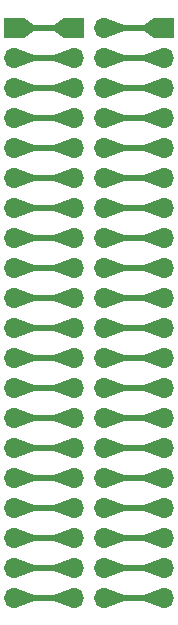
<source format=gbl>
G04 #@! TF.GenerationSoftware,KiCad,Pcbnew,7.0.7*
G04 #@! TF.CreationDate,2023-08-24T22:47:43-04:00*
G04 #@! TF.ProjectId,40-pin header to breadboard adaptor,34302d70-696e-4206-9865-616465722074,rev?*
G04 #@! TF.SameCoordinates,Original*
G04 #@! TF.FileFunction,Copper,L2,Bot*
G04 #@! TF.FilePolarity,Positive*
%FSLAX46Y46*%
G04 Gerber Fmt 4.6, Leading zero omitted, Abs format (unit mm)*
G04 Created by KiCad (PCBNEW 7.0.7) date 2023-08-24 22:47:43*
%MOMM*%
%LPD*%
G01*
G04 APERTURE LIST*
G04 #@! TA.AperFunction,ComponentPad*
%ADD10R,1.700000X1.700000*%
G04 #@! TD*
G04 #@! TA.AperFunction,ComponentPad*
%ADD11O,1.700000X1.700000*%
G04 #@! TD*
G04 #@! TA.AperFunction,Conductor*
%ADD12C,0.500000*%
G04 #@! TD*
G04 APERTURE END LIST*
D10*
X108585000Y-70104000D03*
D11*
X108585000Y-72644000D03*
X108585000Y-75184000D03*
X108585000Y-77724000D03*
X108585000Y-80264000D03*
X108585000Y-82804000D03*
X108585000Y-85344000D03*
X108585000Y-87884000D03*
X108585000Y-90424000D03*
X108585000Y-92964000D03*
X108585000Y-95504000D03*
X108585000Y-98044000D03*
X108585000Y-100584000D03*
X108585000Y-103124000D03*
X108585000Y-105664000D03*
X108585000Y-108204000D03*
X108585000Y-110744000D03*
X108585000Y-113284000D03*
X108585000Y-115824000D03*
X108585000Y-118364000D03*
D10*
X121285000Y-70104000D03*
D11*
X121285000Y-72644000D03*
X121285000Y-75184000D03*
X121285000Y-77724000D03*
X121285000Y-80264000D03*
X121285000Y-82804000D03*
X121285000Y-85344000D03*
X121285000Y-87884000D03*
X121285000Y-90424000D03*
X121285000Y-92964000D03*
X121285000Y-95504000D03*
X121285000Y-98044000D03*
X121285000Y-100584000D03*
X121285000Y-103124000D03*
X121285000Y-105664000D03*
X121285000Y-108204000D03*
X121285000Y-110744000D03*
X121285000Y-113284000D03*
X121285000Y-115824000D03*
X121285000Y-118364000D03*
D10*
X113665000Y-70104000D03*
D11*
X116205000Y-70104000D03*
X113665000Y-72644000D03*
X116205000Y-72644000D03*
X113665000Y-75184000D03*
X116205000Y-75184000D03*
X113665000Y-77724000D03*
X116205000Y-77724000D03*
X113665000Y-80264000D03*
X116205000Y-80264000D03*
X113665000Y-82804000D03*
X116205000Y-82804000D03*
X113665000Y-85344000D03*
X116205000Y-85344000D03*
X113665000Y-87884000D03*
X116205000Y-87884000D03*
X113665000Y-90424000D03*
X116205000Y-90424000D03*
X113665000Y-92964000D03*
X116205000Y-92964000D03*
X113665000Y-95504000D03*
X116205000Y-95504000D03*
X113665000Y-98044000D03*
X116205000Y-98044000D03*
X113665000Y-100584000D03*
X116205000Y-100584000D03*
X113665000Y-103124000D03*
X116205000Y-103124000D03*
X113665000Y-105664000D03*
X116205000Y-105664000D03*
X113665000Y-108204000D03*
X116205000Y-108204000D03*
X113665000Y-110744000D03*
X116205000Y-110744000D03*
X113665000Y-113284000D03*
X116205000Y-113284000D03*
X113665000Y-115824000D03*
X116205000Y-115824000D03*
X113665000Y-118364000D03*
X116205000Y-118364000D03*
D12*
X108585000Y-70104000D02*
X113665000Y-70104000D01*
X113665000Y-72644000D02*
X108585000Y-72644000D01*
X108585000Y-75184000D02*
X113665000Y-75184000D01*
X113665000Y-77724000D02*
X108585000Y-77724000D01*
X108585000Y-80264000D02*
X113665000Y-80264000D01*
X113665000Y-82804000D02*
X108585000Y-82804000D01*
X108585000Y-85344000D02*
X113665000Y-85344000D01*
X113665000Y-87884000D02*
X108585000Y-87884000D01*
X108585000Y-90424000D02*
X113665000Y-90424000D01*
X113665000Y-92964000D02*
X108585000Y-92964000D01*
X108585000Y-95504000D02*
X113665000Y-95504000D01*
X113665000Y-98044000D02*
X108585000Y-98044000D01*
X108585000Y-100584000D02*
X113665000Y-100584000D01*
X113665000Y-103124000D02*
X108585000Y-103124000D01*
X108585000Y-105664000D02*
X113665000Y-105664000D01*
X113665000Y-108204000D02*
X108585000Y-108204000D01*
X108585000Y-110744000D02*
X113665000Y-110744000D01*
X113665000Y-113284000D02*
X108585000Y-113284000D01*
X108585000Y-115824000D02*
X113665000Y-115824000D01*
X113665000Y-118364000D02*
X108585000Y-118364000D01*
X116205000Y-118364000D02*
X121285000Y-118364000D01*
X116205000Y-115824000D02*
X121285000Y-115824000D01*
X116205000Y-113284000D02*
X121285000Y-113284000D01*
X116205000Y-110744000D02*
X121285000Y-110744000D01*
X121285000Y-108204000D02*
X116205000Y-108204000D01*
X116205000Y-105664000D02*
X121285000Y-105664000D01*
X121285000Y-103124000D02*
X116205000Y-103124000D01*
X116205000Y-100584000D02*
X121285000Y-100584000D01*
X116205000Y-98044000D02*
X121285000Y-98044000D01*
X116205000Y-95504000D02*
X121285000Y-95504000D01*
X116205000Y-92964000D02*
X121285000Y-92964000D01*
X116205000Y-90424000D02*
X121285000Y-90424000D01*
X116205000Y-87884000D02*
X121285000Y-87884000D01*
X116205000Y-85344000D02*
X121285000Y-85344000D01*
X116205000Y-82804000D02*
X121285000Y-82804000D01*
X116205000Y-80264000D02*
X121285000Y-80264000D01*
X116205000Y-77724000D02*
X121285000Y-77724000D01*
X116205000Y-75184000D02*
X121285000Y-75184000D01*
X116205000Y-72644000D02*
X121285000Y-72644000D01*
X116205000Y-70104000D02*
X121285000Y-70104000D01*
G04 #@! TA.AperFunction,Conductor*
G36*
X109443044Y-69259678D02*
G01*
X110280047Y-69850504D01*
X110284830Y-69858074D01*
X110285000Y-69860062D01*
X110285000Y-70347937D01*
X110281573Y-70356210D01*
X110280047Y-70357496D01*
X109443046Y-70948320D01*
X109434311Y-70950291D01*
X109428031Y-70947039D01*
X108837794Y-70357496D01*
X108592286Y-70112276D01*
X108588855Y-70104007D01*
X108592276Y-70095733D01*
X109428032Y-69260959D01*
X109436306Y-69257538D01*
X109443044Y-69259678D01*
G37*
G04 #@! TD.AperFunction*
G04 #@! TA.AperFunction,Conductor*
G36*
X112821968Y-69260960D02*
G01*
X113657712Y-70095722D01*
X113661144Y-70103993D01*
X113657722Y-70112268D01*
X113657712Y-70112278D01*
X112821968Y-70947039D01*
X112813693Y-70950461D01*
X112806953Y-70948320D01*
X112805138Y-70947039D01*
X111969953Y-70357496D01*
X111965170Y-70349925D01*
X111965000Y-70347937D01*
X111965000Y-69860062D01*
X111968427Y-69851789D01*
X111969947Y-69850507D01*
X112806955Y-69259678D01*
X112815688Y-69257708D01*
X112821968Y-69260960D01*
G37*
G04 #@! TD.AperFunction*
G04 #@! TA.AperFunction,Conductor*
G36*
X110277545Y-72391097D02*
G01*
X110284011Y-72397293D01*
X110285000Y-72402000D01*
X110285000Y-72885999D01*
X110281573Y-72894272D01*
X110277545Y-72896902D01*
X108920941Y-73425146D01*
X108911989Y-73424954D01*
X108905891Y-73418732D01*
X108585865Y-72648488D01*
X108585856Y-72639533D01*
X108585856Y-72639532D01*
X108905891Y-71869266D01*
X108912230Y-71862942D01*
X108920941Y-71862853D01*
X110277545Y-72391097D01*
G37*
G04 #@! TD.AperFunction*
G04 #@! TA.AperFunction,Conductor*
G36*
X113338010Y-71863045D02*
G01*
X113344108Y-71869267D01*
X113664134Y-72639511D01*
X113664143Y-72648466D01*
X113664134Y-72648489D01*
X113344108Y-73418732D01*
X113337769Y-73425057D01*
X113329058Y-73425146D01*
X111972455Y-72896902D01*
X111965989Y-72890706D01*
X111965000Y-72885999D01*
X111965000Y-72402000D01*
X111968427Y-72393727D01*
X111972455Y-72391097D01*
X113329058Y-71862853D01*
X113338010Y-71863045D01*
G37*
G04 #@! TD.AperFunction*
G04 #@! TA.AperFunction,Conductor*
G36*
X110277545Y-74931097D02*
G01*
X110284011Y-74937293D01*
X110285000Y-74942000D01*
X110285000Y-75425999D01*
X110281573Y-75434272D01*
X110277545Y-75436902D01*
X108920941Y-75965146D01*
X108911989Y-75964954D01*
X108905891Y-75958732D01*
X108585865Y-75188489D01*
X108585856Y-75179534D01*
X108585865Y-75179511D01*
X108684548Y-74942000D01*
X108905891Y-74409266D01*
X108912230Y-74402942D01*
X108920941Y-74402853D01*
X110277545Y-74931097D01*
G37*
G04 #@! TD.AperFunction*
G04 #@! TA.AperFunction,Conductor*
G36*
X113338010Y-74403045D02*
G01*
X113344108Y-74409267D01*
X113664134Y-75179510D01*
X113664143Y-75188465D01*
X113664134Y-75188488D01*
X113344108Y-75958732D01*
X113337769Y-75965057D01*
X113329058Y-75965146D01*
X111972455Y-75436902D01*
X111965989Y-75430706D01*
X111965000Y-75425999D01*
X111965000Y-74942000D01*
X111968427Y-74933727D01*
X111972455Y-74931097D01*
X113329058Y-74402853D01*
X113338010Y-74403045D01*
G37*
G04 #@! TD.AperFunction*
G04 #@! TA.AperFunction,Conductor*
G36*
X110277545Y-77471097D02*
G01*
X110284011Y-77477293D01*
X110285000Y-77482000D01*
X110285000Y-77965999D01*
X110281573Y-77974272D01*
X110277545Y-77976902D01*
X108920941Y-78505146D01*
X108911989Y-78504954D01*
X108905891Y-78498732D01*
X108585865Y-77728488D01*
X108585856Y-77719533D01*
X108585856Y-77719532D01*
X108905891Y-76949266D01*
X108912230Y-76942942D01*
X108920941Y-76942853D01*
X110277545Y-77471097D01*
G37*
G04 #@! TD.AperFunction*
G04 #@! TA.AperFunction,Conductor*
G36*
X113338010Y-76943045D02*
G01*
X113344108Y-76949267D01*
X113664134Y-77719511D01*
X113664143Y-77728466D01*
X113664134Y-77728489D01*
X113344108Y-78498732D01*
X113337769Y-78505057D01*
X113329058Y-78505146D01*
X111972455Y-77976902D01*
X111965989Y-77970706D01*
X111965000Y-77965999D01*
X111965000Y-77482000D01*
X111968427Y-77473727D01*
X111972455Y-77471097D01*
X113329058Y-76942853D01*
X113338010Y-76943045D01*
G37*
G04 #@! TD.AperFunction*
G04 #@! TA.AperFunction,Conductor*
G36*
X110277545Y-80011097D02*
G01*
X110284011Y-80017293D01*
X110285000Y-80022000D01*
X110285000Y-80505999D01*
X110281573Y-80514272D01*
X110277545Y-80516902D01*
X108920941Y-81045146D01*
X108911989Y-81044954D01*
X108905891Y-81038732D01*
X108585865Y-80268489D01*
X108585856Y-80259534D01*
X108585865Y-80259511D01*
X108684548Y-80022000D01*
X108905891Y-79489266D01*
X108912230Y-79482942D01*
X108920941Y-79482853D01*
X110277545Y-80011097D01*
G37*
G04 #@! TD.AperFunction*
G04 #@! TA.AperFunction,Conductor*
G36*
X113338010Y-79483045D02*
G01*
X113344108Y-79489267D01*
X113664134Y-80259510D01*
X113664143Y-80268465D01*
X113664134Y-80268488D01*
X113344108Y-81038732D01*
X113337769Y-81045057D01*
X113329058Y-81045146D01*
X111972455Y-80516902D01*
X111965989Y-80510706D01*
X111965000Y-80505999D01*
X111965000Y-80022000D01*
X111968427Y-80013727D01*
X111972455Y-80011097D01*
X113329058Y-79482853D01*
X113338010Y-79483045D01*
G37*
G04 #@! TD.AperFunction*
G04 #@! TA.AperFunction,Conductor*
G36*
X110277545Y-82551097D02*
G01*
X110284011Y-82557293D01*
X110285000Y-82562000D01*
X110285000Y-83045999D01*
X110281573Y-83054272D01*
X110277545Y-83056902D01*
X108920941Y-83585146D01*
X108911989Y-83584954D01*
X108905891Y-83578732D01*
X108585865Y-82808488D01*
X108585856Y-82799533D01*
X108585856Y-82799532D01*
X108905891Y-82029266D01*
X108912230Y-82022942D01*
X108920941Y-82022853D01*
X110277545Y-82551097D01*
G37*
G04 #@! TD.AperFunction*
G04 #@! TA.AperFunction,Conductor*
G36*
X113338010Y-82023045D02*
G01*
X113344108Y-82029267D01*
X113664134Y-82799511D01*
X113664143Y-82808466D01*
X113664134Y-82808489D01*
X113344108Y-83578732D01*
X113337769Y-83585057D01*
X113329058Y-83585146D01*
X111972455Y-83056902D01*
X111965989Y-83050706D01*
X111965000Y-83045999D01*
X111965000Y-82562000D01*
X111968427Y-82553727D01*
X111972455Y-82551097D01*
X113329058Y-82022853D01*
X113338010Y-82023045D01*
G37*
G04 #@! TD.AperFunction*
G04 #@! TA.AperFunction,Conductor*
G36*
X110277545Y-85091097D02*
G01*
X110284011Y-85097293D01*
X110285000Y-85102000D01*
X110285000Y-85585999D01*
X110281573Y-85594272D01*
X110277545Y-85596902D01*
X108920941Y-86125146D01*
X108911989Y-86124954D01*
X108905891Y-86118732D01*
X108585865Y-85348489D01*
X108585856Y-85339534D01*
X108585865Y-85339511D01*
X108684548Y-85102000D01*
X108905891Y-84569266D01*
X108912230Y-84562942D01*
X108920941Y-84562853D01*
X110277545Y-85091097D01*
G37*
G04 #@! TD.AperFunction*
G04 #@! TA.AperFunction,Conductor*
G36*
X113338010Y-84563045D02*
G01*
X113344108Y-84569267D01*
X113664134Y-85339510D01*
X113664143Y-85348465D01*
X113664134Y-85348488D01*
X113344108Y-86118732D01*
X113337769Y-86125057D01*
X113329058Y-86125146D01*
X111972455Y-85596902D01*
X111965989Y-85590706D01*
X111965000Y-85585999D01*
X111965000Y-85102000D01*
X111968427Y-85093727D01*
X111972455Y-85091097D01*
X113329058Y-84562853D01*
X113338010Y-84563045D01*
G37*
G04 #@! TD.AperFunction*
G04 #@! TA.AperFunction,Conductor*
G36*
X110277545Y-87631097D02*
G01*
X110284011Y-87637293D01*
X110285000Y-87642000D01*
X110285000Y-88125999D01*
X110281573Y-88134272D01*
X110277545Y-88136902D01*
X108920941Y-88665146D01*
X108911989Y-88664954D01*
X108905891Y-88658732D01*
X108585865Y-87888488D01*
X108585856Y-87879533D01*
X108585856Y-87879532D01*
X108905891Y-87109266D01*
X108912230Y-87102942D01*
X108920941Y-87102853D01*
X110277545Y-87631097D01*
G37*
G04 #@! TD.AperFunction*
G04 #@! TA.AperFunction,Conductor*
G36*
X113338010Y-87103045D02*
G01*
X113344108Y-87109267D01*
X113664134Y-87879511D01*
X113664143Y-87888466D01*
X113664134Y-87888489D01*
X113344108Y-88658732D01*
X113337769Y-88665057D01*
X113329058Y-88665146D01*
X111972455Y-88136902D01*
X111965989Y-88130706D01*
X111965000Y-88125999D01*
X111965000Y-87642000D01*
X111968427Y-87633727D01*
X111972455Y-87631097D01*
X113329058Y-87102853D01*
X113338010Y-87103045D01*
G37*
G04 #@! TD.AperFunction*
G04 #@! TA.AperFunction,Conductor*
G36*
X110277545Y-90171097D02*
G01*
X110284011Y-90177293D01*
X110285000Y-90182000D01*
X110285000Y-90665999D01*
X110281573Y-90674272D01*
X110277545Y-90676902D01*
X108920941Y-91205146D01*
X108911989Y-91204954D01*
X108905891Y-91198732D01*
X108585865Y-90428489D01*
X108585856Y-90419534D01*
X108585865Y-90419511D01*
X108684548Y-90182000D01*
X108905891Y-89649266D01*
X108912230Y-89642942D01*
X108920941Y-89642853D01*
X110277545Y-90171097D01*
G37*
G04 #@! TD.AperFunction*
G04 #@! TA.AperFunction,Conductor*
G36*
X113338010Y-89643045D02*
G01*
X113344108Y-89649267D01*
X113664134Y-90419510D01*
X113664143Y-90428465D01*
X113664134Y-90428488D01*
X113344108Y-91198732D01*
X113337769Y-91205057D01*
X113329058Y-91205146D01*
X111972455Y-90676902D01*
X111965989Y-90670706D01*
X111965000Y-90665999D01*
X111965000Y-90182000D01*
X111968427Y-90173727D01*
X111972455Y-90171097D01*
X113329058Y-89642853D01*
X113338010Y-89643045D01*
G37*
G04 #@! TD.AperFunction*
G04 #@! TA.AperFunction,Conductor*
G36*
X110277545Y-92711097D02*
G01*
X110284011Y-92717293D01*
X110285000Y-92722000D01*
X110285000Y-93205999D01*
X110281573Y-93214272D01*
X110277545Y-93216902D01*
X108920941Y-93745146D01*
X108911989Y-93744954D01*
X108905891Y-93738732D01*
X108585865Y-92968488D01*
X108585856Y-92959533D01*
X108585856Y-92959532D01*
X108905891Y-92189266D01*
X108912230Y-92182942D01*
X108920941Y-92182853D01*
X110277545Y-92711097D01*
G37*
G04 #@! TD.AperFunction*
G04 #@! TA.AperFunction,Conductor*
G36*
X113338010Y-92183045D02*
G01*
X113344108Y-92189267D01*
X113664134Y-92959511D01*
X113664143Y-92968466D01*
X113664134Y-92968489D01*
X113344108Y-93738732D01*
X113337769Y-93745057D01*
X113329058Y-93745146D01*
X111972455Y-93216902D01*
X111965989Y-93210706D01*
X111965000Y-93205999D01*
X111965000Y-92722000D01*
X111968427Y-92713727D01*
X111972455Y-92711097D01*
X113329058Y-92182853D01*
X113338010Y-92183045D01*
G37*
G04 #@! TD.AperFunction*
G04 #@! TA.AperFunction,Conductor*
G36*
X110277545Y-95251097D02*
G01*
X110284011Y-95257293D01*
X110285000Y-95262000D01*
X110285000Y-95745999D01*
X110281573Y-95754272D01*
X110277545Y-95756902D01*
X108920941Y-96285146D01*
X108911989Y-96284954D01*
X108905891Y-96278732D01*
X108585865Y-95508489D01*
X108585856Y-95499534D01*
X108585865Y-95499511D01*
X108684548Y-95262000D01*
X108905891Y-94729266D01*
X108912230Y-94722942D01*
X108920941Y-94722853D01*
X110277545Y-95251097D01*
G37*
G04 #@! TD.AperFunction*
G04 #@! TA.AperFunction,Conductor*
G36*
X113338010Y-94723045D02*
G01*
X113344108Y-94729267D01*
X113664134Y-95499510D01*
X113664143Y-95508465D01*
X113664134Y-95508488D01*
X113344108Y-96278732D01*
X113337769Y-96285057D01*
X113329058Y-96285146D01*
X111972455Y-95756902D01*
X111965989Y-95750706D01*
X111965000Y-95745999D01*
X111965000Y-95262000D01*
X111968427Y-95253727D01*
X111972455Y-95251097D01*
X113329058Y-94722853D01*
X113338010Y-94723045D01*
G37*
G04 #@! TD.AperFunction*
G04 #@! TA.AperFunction,Conductor*
G36*
X110277545Y-97791097D02*
G01*
X110284011Y-97797293D01*
X110285000Y-97802000D01*
X110285000Y-98285999D01*
X110281573Y-98294272D01*
X110277545Y-98296902D01*
X108920941Y-98825146D01*
X108911989Y-98824954D01*
X108905891Y-98818732D01*
X108585865Y-98048488D01*
X108585856Y-98039533D01*
X108585856Y-98039532D01*
X108905891Y-97269266D01*
X108912230Y-97262942D01*
X108920941Y-97262853D01*
X110277545Y-97791097D01*
G37*
G04 #@! TD.AperFunction*
G04 #@! TA.AperFunction,Conductor*
G36*
X113338010Y-97263045D02*
G01*
X113344108Y-97269267D01*
X113664134Y-98039511D01*
X113664143Y-98048466D01*
X113664134Y-98048489D01*
X113344108Y-98818732D01*
X113337769Y-98825057D01*
X113329058Y-98825146D01*
X111972455Y-98296902D01*
X111965989Y-98290706D01*
X111965000Y-98285999D01*
X111965000Y-97802000D01*
X111968427Y-97793727D01*
X111972455Y-97791097D01*
X113329058Y-97262853D01*
X113338010Y-97263045D01*
G37*
G04 #@! TD.AperFunction*
G04 #@! TA.AperFunction,Conductor*
G36*
X110277545Y-100331097D02*
G01*
X110284011Y-100337293D01*
X110285000Y-100342000D01*
X110285000Y-100825999D01*
X110281573Y-100834272D01*
X110277545Y-100836902D01*
X108920941Y-101365146D01*
X108911989Y-101364954D01*
X108905891Y-101358732D01*
X108585865Y-100588489D01*
X108585856Y-100579534D01*
X108585865Y-100579511D01*
X108684548Y-100342000D01*
X108905891Y-99809266D01*
X108912230Y-99802942D01*
X108920941Y-99802853D01*
X110277545Y-100331097D01*
G37*
G04 #@! TD.AperFunction*
G04 #@! TA.AperFunction,Conductor*
G36*
X113338010Y-99803045D02*
G01*
X113344108Y-99809267D01*
X113664134Y-100579510D01*
X113664143Y-100588465D01*
X113664134Y-100588488D01*
X113344108Y-101358732D01*
X113337769Y-101365057D01*
X113329058Y-101365146D01*
X111972455Y-100836902D01*
X111965989Y-100830706D01*
X111965000Y-100825999D01*
X111965000Y-100342000D01*
X111968427Y-100333727D01*
X111972455Y-100331097D01*
X113329058Y-99802853D01*
X113338010Y-99803045D01*
G37*
G04 #@! TD.AperFunction*
G04 #@! TA.AperFunction,Conductor*
G36*
X110277545Y-102871097D02*
G01*
X110284011Y-102877293D01*
X110285000Y-102882000D01*
X110285000Y-103365999D01*
X110281573Y-103374272D01*
X110277545Y-103376902D01*
X108920941Y-103905146D01*
X108911989Y-103904954D01*
X108905891Y-103898732D01*
X108585865Y-103128488D01*
X108585856Y-103119533D01*
X108585856Y-103119532D01*
X108905891Y-102349266D01*
X108912230Y-102342942D01*
X108920941Y-102342853D01*
X110277545Y-102871097D01*
G37*
G04 #@! TD.AperFunction*
G04 #@! TA.AperFunction,Conductor*
G36*
X113338010Y-102343045D02*
G01*
X113344108Y-102349267D01*
X113664134Y-103119511D01*
X113664143Y-103128466D01*
X113664134Y-103128489D01*
X113344108Y-103898732D01*
X113337769Y-103905057D01*
X113329058Y-103905146D01*
X111972455Y-103376902D01*
X111965989Y-103370706D01*
X111965000Y-103365999D01*
X111965000Y-102882000D01*
X111968427Y-102873727D01*
X111972455Y-102871097D01*
X113329058Y-102342853D01*
X113338010Y-102343045D01*
G37*
G04 #@! TD.AperFunction*
G04 #@! TA.AperFunction,Conductor*
G36*
X110277545Y-105411097D02*
G01*
X110284011Y-105417293D01*
X110285000Y-105422000D01*
X110285000Y-105905999D01*
X110281573Y-105914272D01*
X110277545Y-105916902D01*
X108920941Y-106445146D01*
X108911989Y-106444954D01*
X108905891Y-106438732D01*
X108585865Y-105668489D01*
X108585856Y-105659534D01*
X108585865Y-105659511D01*
X108684548Y-105422000D01*
X108905891Y-104889266D01*
X108912230Y-104882942D01*
X108920941Y-104882853D01*
X110277545Y-105411097D01*
G37*
G04 #@! TD.AperFunction*
G04 #@! TA.AperFunction,Conductor*
G36*
X113338010Y-104883045D02*
G01*
X113344108Y-104889267D01*
X113664134Y-105659510D01*
X113664143Y-105668465D01*
X113664134Y-105668488D01*
X113344108Y-106438732D01*
X113337769Y-106445057D01*
X113329058Y-106445146D01*
X111972455Y-105916902D01*
X111965989Y-105910706D01*
X111965000Y-105905999D01*
X111965000Y-105422000D01*
X111968427Y-105413727D01*
X111972455Y-105411097D01*
X113329058Y-104882853D01*
X113338010Y-104883045D01*
G37*
G04 #@! TD.AperFunction*
G04 #@! TA.AperFunction,Conductor*
G36*
X110277545Y-107951097D02*
G01*
X110284011Y-107957293D01*
X110285000Y-107962000D01*
X110285000Y-108445999D01*
X110281573Y-108454272D01*
X110277545Y-108456902D01*
X108920941Y-108985146D01*
X108911989Y-108984954D01*
X108905891Y-108978732D01*
X108585865Y-108208488D01*
X108585856Y-108199533D01*
X108585856Y-108199532D01*
X108905891Y-107429266D01*
X108912230Y-107422942D01*
X108920941Y-107422853D01*
X110277545Y-107951097D01*
G37*
G04 #@! TD.AperFunction*
G04 #@! TA.AperFunction,Conductor*
G36*
X113338010Y-107423045D02*
G01*
X113344108Y-107429267D01*
X113664134Y-108199511D01*
X113664143Y-108208466D01*
X113664134Y-108208489D01*
X113344108Y-108978732D01*
X113337769Y-108985057D01*
X113329058Y-108985146D01*
X111972455Y-108456902D01*
X111965989Y-108450706D01*
X111965000Y-108445999D01*
X111965000Y-107962000D01*
X111968427Y-107953727D01*
X111972455Y-107951097D01*
X113329058Y-107422853D01*
X113338010Y-107423045D01*
G37*
G04 #@! TD.AperFunction*
G04 #@! TA.AperFunction,Conductor*
G36*
X110277545Y-110491097D02*
G01*
X110284011Y-110497293D01*
X110285000Y-110502000D01*
X110285000Y-110985999D01*
X110281573Y-110994272D01*
X110277545Y-110996902D01*
X108920941Y-111525146D01*
X108911989Y-111524954D01*
X108905891Y-111518732D01*
X108585865Y-110748489D01*
X108585856Y-110739534D01*
X108585865Y-110739511D01*
X108684548Y-110502000D01*
X108905891Y-109969266D01*
X108912230Y-109962942D01*
X108920941Y-109962853D01*
X110277545Y-110491097D01*
G37*
G04 #@! TD.AperFunction*
G04 #@! TA.AperFunction,Conductor*
G36*
X113338010Y-109963045D02*
G01*
X113344108Y-109969267D01*
X113664134Y-110739510D01*
X113664143Y-110748465D01*
X113664134Y-110748488D01*
X113344108Y-111518732D01*
X113337769Y-111525057D01*
X113329058Y-111525146D01*
X111972455Y-110996902D01*
X111965989Y-110990706D01*
X111965000Y-110985999D01*
X111965000Y-110502000D01*
X111968427Y-110493727D01*
X111972455Y-110491097D01*
X113329058Y-109962853D01*
X113338010Y-109963045D01*
G37*
G04 #@! TD.AperFunction*
G04 #@! TA.AperFunction,Conductor*
G36*
X110277545Y-113031097D02*
G01*
X110284011Y-113037293D01*
X110285000Y-113042000D01*
X110285000Y-113525999D01*
X110281573Y-113534272D01*
X110277545Y-113536902D01*
X108920941Y-114065146D01*
X108911989Y-114064954D01*
X108905891Y-114058732D01*
X108585865Y-113288488D01*
X108585856Y-113279533D01*
X108585856Y-113279532D01*
X108905891Y-112509266D01*
X108912230Y-112502942D01*
X108920941Y-112502853D01*
X110277545Y-113031097D01*
G37*
G04 #@! TD.AperFunction*
G04 #@! TA.AperFunction,Conductor*
G36*
X113338010Y-112503045D02*
G01*
X113344108Y-112509267D01*
X113664134Y-113279511D01*
X113664143Y-113288466D01*
X113664134Y-113288489D01*
X113344108Y-114058732D01*
X113337769Y-114065057D01*
X113329058Y-114065146D01*
X111972455Y-113536902D01*
X111965989Y-113530706D01*
X111965000Y-113525999D01*
X111965000Y-113042000D01*
X111968427Y-113033727D01*
X111972455Y-113031097D01*
X113329058Y-112502853D01*
X113338010Y-112503045D01*
G37*
G04 #@! TD.AperFunction*
G04 #@! TA.AperFunction,Conductor*
G36*
X110277545Y-115571097D02*
G01*
X110284011Y-115577293D01*
X110285000Y-115582000D01*
X110285000Y-116065999D01*
X110281573Y-116074272D01*
X110277545Y-116076902D01*
X108920941Y-116605146D01*
X108911989Y-116604954D01*
X108905891Y-116598732D01*
X108585865Y-115828489D01*
X108585856Y-115819534D01*
X108585865Y-115819511D01*
X108684548Y-115582000D01*
X108905891Y-115049266D01*
X108912230Y-115042942D01*
X108920941Y-115042853D01*
X110277545Y-115571097D01*
G37*
G04 #@! TD.AperFunction*
G04 #@! TA.AperFunction,Conductor*
G36*
X113338010Y-115043045D02*
G01*
X113344108Y-115049267D01*
X113664134Y-115819510D01*
X113664143Y-115828465D01*
X113664134Y-115828488D01*
X113344108Y-116598732D01*
X113337769Y-116605057D01*
X113329058Y-116605146D01*
X111972455Y-116076902D01*
X111965989Y-116070706D01*
X111965000Y-116065999D01*
X111965000Y-115582000D01*
X111968427Y-115573727D01*
X111972455Y-115571097D01*
X113329058Y-115042853D01*
X113338010Y-115043045D01*
G37*
G04 #@! TD.AperFunction*
G04 #@! TA.AperFunction,Conductor*
G36*
X110277545Y-118111097D02*
G01*
X110284011Y-118117293D01*
X110285000Y-118122000D01*
X110285000Y-118605999D01*
X110281573Y-118614272D01*
X110277545Y-118616902D01*
X108920941Y-119145146D01*
X108911989Y-119144954D01*
X108905891Y-119138732D01*
X108585865Y-118368488D01*
X108585856Y-118359533D01*
X108585856Y-118359532D01*
X108905891Y-117589266D01*
X108912230Y-117582942D01*
X108920941Y-117582853D01*
X110277545Y-118111097D01*
G37*
G04 #@! TD.AperFunction*
G04 #@! TA.AperFunction,Conductor*
G36*
X113338010Y-117583045D02*
G01*
X113344108Y-117589267D01*
X113664134Y-118359511D01*
X113664143Y-118368466D01*
X113664134Y-118368489D01*
X113344108Y-119138732D01*
X113337769Y-119145057D01*
X113329058Y-119145146D01*
X111972455Y-118616902D01*
X111965989Y-118610706D01*
X111965000Y-118605999D01*
X111965000Y-118122000D01*
X111968427Y-118113727D01*
X111972455Y-118111097D01*
X113329058Y-117582853D01*
X113338010Y-117583045D01*
G37*
G04 #@! TD.AperFunction*
G04 #@! TA.AperFunction,Conductor*
G36*
X120958010Y-117583045D02*
G01*
X120964108Y-117589267D01*
X121284134Y-118359510D01*
X121284143Y-118368465D01*
X121284134Y-118368488D01*
X120964108Y-119138732D01*
X120957769Y-119145057D01*
X120949058Y-119145146D01*
X119592455Y-118616902D01*
X119585989Y-118610706D01*
X119585000Y-118605999D01*
X119585000Y-118122000D01*
X119588427Y-118113727D01*
X119592455Y-118111097D01*
X120949058Y-117582853D01*
X120958010Y-117583045D01*
G37*
G04 #@! TD.AperFunction*
G04 #@! TA.AperFunction,Conductor*
G36*
X117897545Y-118111097D02*
G01*
X117904011Y-118117293D01*
X117905000Y-118122000D01*
X117905000Y-118605999D01*
X117901573Y-118614272D01*
X117897545Y-118616902D01*
X116540941Y-119145146D01*
X116531989Y-119144954D01*
X116525891Y-119138732D01*
X116205865Y-118368489D01*
X116205856Y-118359534D01*
X116205865Y-118359511D01*
X116304548Y-118122000D01*
X116525891Y-117589266D01*
X116532230Y-117582942D01*
X116540941Y-117582853D01*
X117897545Y-118111097D01*
G37*
G04 #@! TD.AperFunction*
G04 #@! TA.AperFunction,Conductor*
G36*
X120958010Y-115043045D02*
G01*
X120964108Y-115049267D01*
X121284134Y-115819511D01*
X121284143Y-115828466D01*
X121284134Y-115828489D01*
X120964108Y-116598732D01*
X120957769Y-116605057D01*
X120949058Y-116605146D01*
X119592455Y-116076902D01*
X119585989Y-116070706D01*
X119585000Y-116065999D01*
X119585000Y-115582000D01*
X119588427Y-115573727D01*
X119592455Y-115571097D01*
X120949058Y-115042853D01*
X120958010Y-115043045D01*
G37*
G04 #@! TD.AperFunction*
G04 #@! TA.AperFunction,Conductor*
G36*
X117897545Y-115571097D02*
G01*
X117904011Y-115577293D01*
X117905000Y-115582000D01*
X117905000Y-116065999D01*
X117901573Y-116074272D01*
X117897545Y-116076902D01*
X116540941Y-116605146D01*
X116531989Y-116604954D01*
X116525891Y-116598732D01*
X116205865Y-115828488D01*
X116205856Y-115819533D01*
X116205856Y-115819532D01*
X116525891Y-115049266D01*
X116532230Y-115042942D01*
X116540941Y-115042853D01*
X117897545Y-115571097D01*
G37*
G04 #@! TD.AperFunction*
G04 #@! TA.AperFunction,Conductor*
G36*
X120958010Y-112503045D02*
G01*
X120964108Y-112509267D01*
X121284134Y-113279510D01*
X121284143Y-113288465D01*
X121284134Y-113288488D01*
X120964108Y-114058732D01*
X120957769Y-114065057D01*
X120949058Y-114065146D01*
X119592455Y-113536902D01*
X119585989Y-113530706D01*
X119585000Y-113525999D01*
X119585000Y-113042000D01*
X119588427Y-113033727D01*
X119592455Y-113031097D01*
X120949058Y-112502853D01*
X120958010Y-112503045D01*
G37*
G04 #@! TD.AperFunction*
G04 #@! TA.AperFunction,Conductor*
G36*
X117897545Y-113031097D02*
G01*
X117904011Y-113037293D01*
X117905000Y-113042000D01*
X117905000Y-113525999D01*
X117901573Y-113534272D01*
X117897545Y-113536902D01*
X116540941Y-114065146D01*
X116531989Y-114064954D01*
X116525891Y-114058732D01*
X116205865Y-113288489D01*
X116205856Y-113279534D01*
X116205865Y-113279511D01*
X116304548Y-113042000D01*
X116525891Y-112509266D01*
X116532230Y-112502942D01*
X116540941Y-112502853D01*
X117897545Y-113031097D01*
G37*
G04 #@! TD.AperFunction*
G04 #@! TA.AperFunction,Conductor*
G36*
X120958010Y-109963045D02*
G01*
X120964108Y-109969267D01*
X121284134Y-110739511D01*
X121284143Y-110748466D01*
X121284134Y-110748489D01*
X120964108Y-111518732D01*
X120957769Y-111525057D01*
X120949058Y-111525146D01*
X119592455Y-110996902D01*
X119585989Y-110990706D01*
X119585000Y-110985999D01*
X119585000Y-110502000D01*
X119588427Y-110493727D01*
X119592455Y-110491097D01*
X120949058Y-109962853D01*
X120958010Y-109963045D01*
G37*
G04 #@! TD.AperFunction*
G04 #@! TA.AperFunction,Conductor*
G36*
X117897545Y-110491097D02*
G01*
X117904011Y-110497293D01*
X117905000Y-110502000D01*
X117905000Y-110985999D01*
X117901573Y-110994272D01*
X117897545Y-110996902D01*
X116540941Y-111525146D01*
X116531989Y-111524954D01*
X116525891Y-111518732D01*
X116205865Y-110748488D01*
X116205856Y-110739533D01*
X116205856Y-110739532D01*
X116525891Y-109969266D01*
X116532230Y-109962942D01*
X116540941Y-109962853D01*
X117897545Y-110491097D01*
G37*
G04 #@! TD.AperFunction*
G04 #@! TA.AperFunction,Conductor*
G36*
X120958010Y-107423045D02*
G01*
X120964108Y-107429267D01*
X121284134Y-108199510D01*
X121284143Y-108208465D01*
X121284134Y-108208488D01*
X120964108Y-108978732D01*
X120957769Y-108985057D01*
X120949058Y-108985146D01*
X119592455Y-108456902D01*
X119585989Y-108450706D01*
X119585000Y-108445999D01*
X119585000Y-107962000D01*
X119588427Y-107953727D01*
X119592455Y-107951097D01*
X120949058Y-107422853D01*
X120958010Y-107423045D01*
G37*
G04 #@! TD.AperFunction*
G04 #@! TA.AperFunction,Conductor*
G36*
X117897545Y-107951097D02*
G01*
X117904011Y-107957293D01*
X117905000Y-107962000D01*
X117905000Y-108445999D01*
X117901573Y-108454272D01*
X117897545Y-108456902D01*
X116540941Y-108985146D01*
X116531989Y-108984954D01*
X116525891Y-108978732D01*
X116205865Y-108208489D01*
X116205856Y-108199534D01*
X116205865Y-108199511D01*
X116304548Y-107962000D01*
X116525891Y-107429266D01*
X116532230Y-107422942D01*
X116540941Y-107422853D01*
X117897545Y-107951097D01*
G37*
G04 #@! TD.AperFunction*
G04 #@! TA.AperFunction,Conductor*
G36*
X120958010Y-104883045D02*
G01*
X120964108Y-104889267D01*
X121284134Y-105659511D01*
X121284143Y-105668466D01*
X121284134Y-105668489D01*
X120964108Y-106438732D01*
X120957769Y-106445057D01*
X120949058Y-106445146D01*
X119592455Y-105916902D01*
X119585989Y-105910706D01*
X119585000Y-105905999D01*
X119585000Y-105422000D01*
X119588427Y-105413727D01*
X119592455Y-105411097D01*
X120949058Y-104882853D01*
X120958010Y-104883045D01*
G37*
G04 #@! TD.AperFunction*
G04 #@! TA.AperFunction,Conductor*
G36*
X117897545Y-105411097D02*
G01*
X117904011Y-105417293D01*
X117905000Y-105422000D01*
X117905000Y-105905999D01*
X117901573Y-105914272D01*
X117897545Y-105916902D01*
X116540941Y-106445146D01*
X116531989Y-106444954D01*
X116525891Y-106438732D01*
X116205865Y-105668488D01*
X116205856Y-105659533D01*
X116205856Y-105659532D01*
X116525891Y-104889266D01*
X116532230Y-104882942D01*
X116540941Y-104882853D01*
X117897545Y-105411097D01*
G37*
G04 #@! TD.AperFunction*
G04 #@! TA.AperFunction,Conductor*
G36*
X120958010Y-102343045D02*
G01*
X120964108Y-102349267D01*
X121284134Y-103119510D01*
X121284143Y-103128465D01*
X121284134Y-103128488D01*
X120964108Y-103898732D01*
X120957769Y-103905057D01*
X120949058Y-103905146D01*
X119592455Y-103376902D01*
X119585989Y-103370706D01*
X119585000Y-103365999D01*
X119585000Y-102882000D01*
X119588427Y-102873727D01*
X119592455Y-102871097D01*
X120949058Y-102342853D01*
X120958010Y-102343045D01*
G37*
G04 #@! TD.AperFunction*
G04 #@! TA.AperFunction,Conductor*
G36*
X117897545Y-102871097D02*
G01*
X117904011Y-102877293D01*
X117905000Y-102882000D01*
X117905000Y-103365999D01*
X117901573Y-103374272D01*
X117897545Y-103376902D01*
X116540941Y-103905146D01*
X116531989Y-103904954D01*
X116525891Y-103898732D01*
X116205865Y-103128489D01*
X116205856Y-103119534D01*
X116205865Y-103119511D01*
X116304548Y-102882000D01*
X116525891Y-102349266D01*
X116532230Y-102342942D01*
X116540941Y-102342853D01*
X117897545Y-102871097D01*
G37*
G04 #@! TD.AperFunction*
G04 #@! TA.AperFunction,Conductor*
G36*
X120958010Y-99803045D02*
G01*
X120964108Y-99809267D01*
X121284134Y-100579511D01*
X121284143Y-100588466D01*
X121284134Y-100588489D01*
X120964108Y-101358732D01*
X120957769Y-101365057D01*
X120949058Y-101365146D01*
X119592455Y-100836902D01*
X119585989Y-100830706D01*
X119585000Y-100825999D01*
X119585000Y-100342000D01*
X119588427Y-100333727D01*
X119592455Y-100331097D01*
X120949058Y-99802853D01*
X120958010Y-99803045D01*
G37*
G04 #@! TD.AperFunction*
G04 #@! TA.AperFunction,Conductor*
G36*
X117897545Y-100331097D02*
G01*
X117904011Y-100337293D01*
X117905000Y-100342000D01*
X117905000Y-100825999D01*
X117901573Y-100834272D01*
X117897545Y-100836902D01*
X116540941Y-101365146D01*
X116531989Y-101364954D01*
X116525891Y-101358732D01*
X116205865Y-100588488D01*
X116205856Y-100579533D01*
X116205856Y-100579532D01*
X116525891Y-99809266D01*
X116532230Y-99802942D01*
X116540941Y-99802853D01*
X117897545Y-100331097D01*
G37*
G04 #@! TD.AperFunction*
G04 #@! TA.AperFunction,Conductor*
G36*
X120958010Y-97263045D02*
G01*
X120964108Y-97269267D01*
X121284134Y-98039510D01*
X121284143Y-98048465D01*
X121284134Y-98048488D01*
X120964108Y-98818732D01*
X120957769Y-98825057D01*
X120949058Y-98825146D01*
X119592455Y-98296902D01*
X119585989Y-98290706D01*
X119585000Y-98285999D01*
X119585000Y-97802000D01*
X119588427Y-97793727D01*
X119592455Y-97791097D01*
X120949058Y-97262853D01*
X120958010Y-97263045D01*
G37*
G04 #@! TD.AperFunction*
G04 #@! TA.AperFunction,Conductor*
G36*
X117897545Y-97791097D02*
G01*
X117904011Y-97797293D01*
X117905000Y-97802000D01*
X117905000Y-98285999D01*
X117901573Y-98294272D01*
X117897545Y-98296902D01*
X116540941Y-98825146D01*
X116531989Y-98824954D01*
X116525891Y-98818732D01*
X116205865Y-98048489D01*
X116205856Y-98039534D01*
X116205865Y-98039511D01*
X116304548Y-97802000D01*
X116525891Y-97269266D01*
X116532230Y-97262942D01*
X116540941Y-97262853D01*
X117897545Y-97791097D01*
G37*
G04 #@! TD.AperFunction*
G04 #@! TA.AperFunction,Conductor*
G36*
X120958010Y-94723045D02*
G01*
X120964108Y-94729267D01*
X121284134Y-95499511D01*
X121284143Y-95508466D01*
X121284134Y-95508489D01*
X120964108Y-96278732D01*
X120957769Y-96285057D01*
X120949058Y-96285146D01*
X119592455Y-95756902D01*
X119585989Y-95750706D01*
X119585000Y-95745999D01*
X119585000Y-95262000D01*
X119588427Y-95253727D01*
X119592455Y-95251097D01*
X120949058Y-94722853D01*
X120958010Y-94723045D01*
G37*
G04 #@! TD.AperFunction*
G04 #@! TA.AperFunction,Conductor*
G36*
X117897545Y-95251097D02*
G01*
X117904011Y-95257293D01*
X117905000Y-95262000D01*
X117905000Y-95745999D01*
X117901573Y-95754272D01*
X117897545Y-95756902D01*
X116540941Y-96285146D01*
X116531989Y-96284954D01*
X116525891Y-96278732D01*
X116205865Y-95508488D01*
X116205856Y-95499533D01*
X116205856Y-95499532D01*
X116525891Y-94729266D01*
X116532230Y-94722942D01*
X116540941Y-94722853D01*
X117897545Y-95251097D01*
G37*
G04 #@! TD.AperFunction*
G04 #@! TA.AperFunction,Conductor*
G36*
X120958010Y-92183045D02*
G01*
X120964108Y-92189267D01*
X121284134Y-92959510D01*
X121284143Y-92968465D01*
X121284134Y-92968488D01*
X120964108Y-93738732D01*
X120957769Y-93745057D01*
X120949058Y-93745146D01*
X119592455Y-93216902D01*
X119585989Y-93210706D01*
X119585000Y-93205999D01*
X119585000Y-92722000D01*
X119588427Y-92713727D01*
X119592455Y-92711097D01*
X120949058Y-92182853D01*
X120958010Y-92183045D01*
G37*
G04 #@! TD.AperFunction*
G04 #@! TA.AperFunction,Conductor*
G36*
X117897545Y-92711097D02*
G01*
X117904011Y-92717293D01*
X117905000Y-92722000D01*
X117905000Y-93205999D01*
X117901573Y-93214272D01*
X117897545Y-93216902D01*
X116540941Y-93745146D01*
X116531989Y-93744954D01*
X116525891Y-93738732D01*
X116205865Y-92968489D01*
X116205856Y-92959534D01*
X116205865Y-92959511D01*
X116304548Y-92722000D01*
X116525891Y-92189266D01*
X116532230Y-92182942D01*
X116540941Y-92182853D01*
X117897545Y-92711097D01*
G37*
G04 #@! TD.AperFunction*
G04 #@! TA.AperFunction,Conductor*
G36*
X120958010Y-89643045D02*
G01*
X120964108Y-89649267D01*
X121284134Y-90419511D01*
X121284143Y-90428466D01*
X121284134Y-90428489D01*
X120964108Y-91198732D01*
X120957769Y-91205057D01*
X120949058Y-91205146D01*
X119592455Y-90676902D01*
X119585989Y-90670706D01*
X119585000Y-90665999D01*
X119585000Y-90182000D01*
X119588427Y-90173727D01*
X119592455Y-90171097D01*
X120949058Y-89642853D01*
X120958010Y-89643045D01*
G37*
G04 #@! TD.AperFunction*
G04 #@! TA.AperFunction,Conductor*
G36*
X117897545Y-90171097D02*
G01*
X117904011Y-90177293D01*
X117905000Y-90182000D01*
X117905000Y-90665999D01*
X117901573Y-90674272D01*
X117897545Y-90676902D01*
X116540941Y-91205146D01*
X116531989Y-91204954D01*
X116525891Y-91198732D01*
X116205865Y-90428488D01*
X116205856Y-90419533D01*
X116205856Y-90419532D01*
X116525891Y-89649266D01*
X116532230Y-89642942D01*
X116540941Y-89642853D01*
X117897545Y-90171097D01*
G37*
G04 #@! TD.AperFunction*
G04 #@! TA.AperFunction,Conductor*
G36*
X120958010Y-87103045D02*
G01*
X120964108Y-87109267D01*
X121284134Y-87879510D01*
X121284143Y-87888465D01*
X121284134Y-87888488D01*
X120964108Y-88658732D01*
X120957769Y-88665057D01*
X120949058Y-88665146D01*
X119592455Y-88136902D01*
X119585989Y-88130706D01*
X119585000Y-88125999D01*
X119585000Y-87642000D01*
X119588427Y-87633727D01*
X119592455Y-87631097D01*
X120949058Y-87102853D01*
X120958010Y-87103045D01*
G37*
G04 #@! TD.AperFunction*
G04 #@! TA.AperFunction,Conductor*
G36*
X117897545Y-87631097D02*
G01*
X117904011Y-87637293D01*
X117905000Y-87642000D01*
X117905000Y-88125999D01*
X117901573Y-88134272D01*
X117897545Y-88136902D01*
X116540941Y-88665146D01*
X116531989Y-88664954D01*
X116525891Y-88658732D01*
X116205865Y-87888489D01*
X116205856Y-87879534D01*
X116205865Y-87879511D01*
X116304548Y-87642000D01*
X116525891Y-87109266D01*
X116532230Y-87102942D01*
X116540941Y-87102853D01*
X117897545Y-87631097D01*
G37*
G04 #@! TD.AperFunction*
G04 #@! TA.AperFunction,Conductor*
G36*
X120958010Y-84563045D02*
G01*
X120964108Y-84569267D01*
X121284134Y-85339511D01*
X121284143Y-85348466D01*
X121284134Y-85348489D01*
X120964108Y-86118732D01*
X120957769Y-86125057D01*
X120949058Y-86125146D01*
X119592455Y-85596902D01*
X119585989Y-85590706D01*
X119585000Y-85585999D01*
X119585000Y-85102000D01*
X119588427Y-85093727D01*
X119592455Y-85091097D01*
X120949058Y-84562853D01*
X120958010Y-84563045D01*
G37*
G04 #@! TD.AperFunction*
G04 #@! TA.AperFunction,Conductor*
G36*
X117897545Y-85091097D02*
G01*
X117904011Y-85097293D01*
X117905000Y-85102000D01*
X117905000Y-85585999D01*
X117901573Y-85594272D01*
X117897545Y-85596902D01*
X116540941Y-86125146D01*
X116531989Y-86124954D01*
X116525891Y-86118732D01*
X116205865Y-85348488D01*
X116205856Y-85339533D01*
X116205856Y-85339532D01*
X116525891Y-84569266D01*
X116532230Y-84562942D01*
X116540941Y-84562853D01*
X117897545Y-85091097D01*
G37*
G04 #@! TD.AperFunction*
G04 #@! TA.AperFunction,Conductor*
G36*
X120958010Y-82023045D02*
G01*
X120964108Y-82029267D01*
X121284134Y-82799510D01*
X121284143Y-82808465D01*
X121284134Y-82808488D01*
X120964108Y-83578732D01*
X120957769Y-83585057D01*
X120949058Y-83585146D01*
X119592455Y-83056902D01*
X119585989Y-83050706D01*
X119585000Y-83045999D01*
X119585000Y-82562000D01*
X119588427Y-82553727D01*
X119592455Y-82551097D01*
X120949058Y-82022853D01*
X120958010Y-82023045D01*
G37*
G04 #@! TD.AperFunction*
G04 #@! TA.AperFunction,Conductor*
G36*
X117897545Y-82551097D02*
G01*
X117904011Y-82557293D01*
X117905000Y-82562000D01*
X117905000Y-83045999D01*
X117901573Y-83054272D01*
X117897545Y-83056902D01*
X116540941Y-83585146D01*
X116531989Y-83584954D01*
X116525891Y-83578732D01*
X116205865Y-82808489D01*
X116205856Y-82799534D01*
X116205865Y-82799511D01*
X116304548Y-82562000D01*
X116525891Y-82029266D01*
X116532230Y-82022942D01*
X116540941Y-82022853D01*
X117897545Y-82551097D01*
G37*
G04 #@! TD.AperFunction*
G04 #@! TA.AperFunction,Conductor*
G36*
X120958010Y-79483045D02*
G01*
X120964108Y-79489267D01*
X121284134Y-80259511D01*
X121284143Y-80268466D01*
X121284134Y-80268489D01*
X120964108Y-81038732D01*
X120957769Y-81045057D01*
X120949058Y-81045146D01*
X119592455Y-80516902D01*
X119585989Y-80510706D01*
X119585000Y-80505999D01*
X119585000Y-80022000D01*
X119588427Y-80013727D01*
X119592455Y-80011097D01*
X120949058Y-79482853D01*
X120958010Y-79483045D01*
G37*
G04 #@! TD.AperFunction*
G04 #@! TA.AperFunction,Conductor*
G36*
X117897545Y-80011097D02*
G01*
X117904011Y-80017293D01*
X117905000Y-80022000D01*
X117905000Y-80505999D01*
X117901573Y-80514272D01*
X117897545Y-80516902D01*
X116540941Y-81045146D01*
X116531989Y-81044954D01*
X116525891Y-81038732D01*
X116205865Y-80268488D01*
X116205856Y-80259533D01*
X116205856Y-80259532D01*
X116525891Y-79489266D01*
X116532230Y-79482942D01*
X116540941Y-79482853D01*
X117897545Y-80011097D01*
G37*
G04 #@! TD.AperFunction*
G04 #@! TA.AperFunction,Conductor*
G36*
X120958010Y-76943045D02*
G01*
X120964108Y-76949267D01*
X121284134Y-77719510D01*
X121284143Y-77728465D01*
X121284134Y-77728488D01*
X120964108Y-78498732D01*
X120957769Y-78505057D01*
X120949058Y-78505146D01*
X119592455Y-77976902D01*
X119585989Y-77970706D01*
X119585000Y-77965999D01*
X119585000Y-77482000D01*
X119588427Y-77473727D01*
X119592455Y-77471097D01*
X120949058Y-76942853D01*
X120958010Y-76943045D01*
G37*
G04 #@! TD.AperFunction*
G04 #@! TA.AperFunction,Conductor*
G36*
X117897545Y-77471097D02*
G01*
X117904011Y-77477293D01*
X117905000Y-77482000D01*
X117905000Y-77965999D01*
X117901573Y-77974272D01*
X117897545Y-77976902D01*
X116540941Y-78505146D01*
X116531989Y-78504954D01*
X116525891Y-78498732D01*
X116205865Y-77728489D01*
X116205856Y-77719534D01*
X116205865Y-77719511D01*
X116304548Y-77482000D01*
X116525891Y-76949266D01*
X116532230Y-76942942D01*
X116540941Y-76942853D01*
X117897545Y-77471097D01*
G37*
G04 #@! TD.AperFunction*
G04 #@! TA.AperFunction,Conductor*
G36*
X120958010Y-74403045D02*
G01*
X120964108Y-74409267D01*
X121284134Y-75179511D01*
X121284143Y-75188466D01*
X121284134Y-75188489D01*
X120964108Y-75958732D01*
X120957769Y-75965057D01*
X120949058Y-75965146D01*
X119592455Y-75436902D01*
X119585989Y-75430706D01*
X119585000Y-75425999D01*
X119585000Y-74942000D01*
X119588427Y-74933727D01*
X119592455Y-74931097D01*
X120949058Y-74402853D01*
X120958010Y-74403045D01*
G37*
G04 #@! TD.AperFunction*
G04 #@! TA.AperFunction,Conductor*
G36*
X117897545Y-74931097D02*
G01*
X117904011Y-74937293D01*
X117905000Y-74942000D01*
X117905000Y-75425999D01*
X117901573Y-75434272D01*
X117897545Y-75436902D01*
X116540941Y-75965146D01*
X116531989Y-75964954D01*
X116525891Y-75958732D01*
X116205865Y-75188488D01*
X116205856Y-75179533D01*
X116205856Y-75179532D01*
X116525891Y-74409266D01*
X116532230Y-74402942D01*
X116540941Y-74402853D01*
X117897545Y-74931097D01*
G37*
G04 #@! TD.AperFunction*
G04 #@! TA.AperFunction,Conductor*
G36*
X120958010Y-71863045D02*
G01*
X120964108Y-71869267D01*
X121284134Y-72639510D01*
X121284143Y-72648465D01*
X121284134Y-72648488D01*
X120964108Y-73418732D01*
X120957769Y-73425057D01*
X120949058Y-73425146D01*
X119592455Y-72896902D01*
X119585989Y-72890706D01*
X119585000Y-72885999D01*
X119585000Y-72402000D01*
X119588427Y-72393727D01*
X119592455Y-72391097D01*
X120949058Y-71862853D01*
X120958010Y-71863045D01*
G37*
G04 #@! TD.AperFunction*
G04 #@! TA.AperFunction,Conductor*
G36*
X117897545Y-72391097D02*
G01*
X117904011Y-72397293D01*
X117905000Y-72402000D01*
X117905000Y-72885999D01*
X117901573Y-72894272D01*
X117897545Y-72896902D01*
X116540941Y-73425146D01*
X116531989Y-73424954D01*
X116525891Y-73418732D01*
X116205865Y-72648489D01*
X116205856Y-72639534D01*
X116205865Y-72639511D01*
X116304548Y-72402000D01*
X116525891Y-71869266D01*
X116532230Y-71862942D01*
X116540941Y-71862853D01*
X117897545Y-72391097D01*
G37*
G04 #@! TD.AperFunction*
G04 #@! TA.AperFunction,Conductor*
G36*
X120441968Y-69260960D02*
G01*
X121277712Y-70095722D01*
X121281144Y-70103993D01*
X121277722Y-70112268D01*
X121277712Y-70112278D01*
X120441968Y-70947039D01*
X120433693Y-70950461D01*
X120426953Y-70948320D01*
X120425138Y-70947039D01*
X119589953Y-70357496D01*
X119585170Y-70349925D01*
X119585000Y-70347937D01*
X119585000Y-69860062D01*
X119588427Y-69851789D01*
X119589947Y-69850507D01*
X120426955Y-69259678D01*
X120435688Y-69257708D01*
X120441968Y-69260960D01*
G37*
G04 #@! TD.AperFunction*
G04 #@! TA.AperFunction,Conductor*
G36*
X117897545Y-69851097D02*
G01*
X117904011Y-69857293D01*
X117905000Y-69862000D01*
X117905000Y-70345999D01*
X117901573Y-70354272D01*
X117897545Y-70356902D01*
X116540941Y-70885146D01*
X116531989Y-70884954D01*
X116525891Y-70878732D01*
X116205865Y-70108488D01*
X116205856Y-70099533D01*
X116205856Y-70099532D01*
X116525891Y-69329266D01*
X116532230Y-69322942D01*
X116540941Y-69322853D01*
X117897545Y-69851097D01*
G37*
G04 #@! TD.AperFunction*
M02*

</source>
